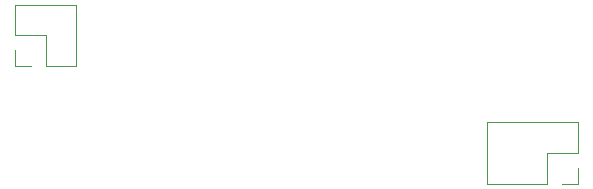
<source format=gbr>
%TF.GenerationSoftware,KiCad,Pcbnew,8.0.5-8.0.5-0~ubuntu22.04.1*%
%TF.CreationDate,2024-10-28T14:20:44+01:00*%
%TF.ProjectId,EMG_amplifier,454d475f-616d-4706-9c69-666965722e6b,rev?*%
%TF.SameCoordinates,Original*%
%TF.FileFunction,Legend,Bot*%
%TF.FilePolarity,Positive*%
%FSLAX46Y46*%
G04 Gerber Fmt 4.6, Leading zero omitted, Abs format (unit mm)*
G04 Created by KiCad (PCBNEW 8.0.5-8.0.5-0~ubuntu22.04.1) date 2024-10-28 14:20:44*
%MOMM*%
%LPD*%
G01*
G04 APERTURE LIST*
%ADD10C,0.120000*%
G04 APERTURE END LIST*
D10*
%TO.C,J3*%
X97669600Y-103923600D02*
X97669600Y-109123600D01*
X97669600Y-103923600D02*
X105409600Y-103923600D01*
X97669600Y-109123600D02*
X102809600Y-109123600D01*
X102809600Y-106523600D02*
X102809600Y-109123600D01*
X105409600Y-103923600D02*
X105409600Y-106523600D01*
X105409600Y-106523600D02*
X102809600Y-106523600D01*
X105409600Y-107793600D02*
X105409600Y-109123600D01*
X105409600Y-109123600D02*
X104079600Y-109123600D01*
%TO.C,J2*%
X57714400Y-93954800D02*
X57714400Y-96554800D01*
X57714400Y-99154800D02*
X57714400Y-97824800D01*
X59044400Y-99154800D02*
X57714400Y-99154800D01*
X60314400Y-96554800D02*
X57714400Y-96554800D01*
X60314400Y-99154800D02*
X60314400Y-96554800D01*
X62914400Y-93954800D02*
X57714400Y-93954800D01*
X62914400Y-93954800D02*
X62914400Y-99154800D01*
X62914400Y-99154800D02*
X60314400Y-99154800D01*
%TD*%
M02*

</source>
